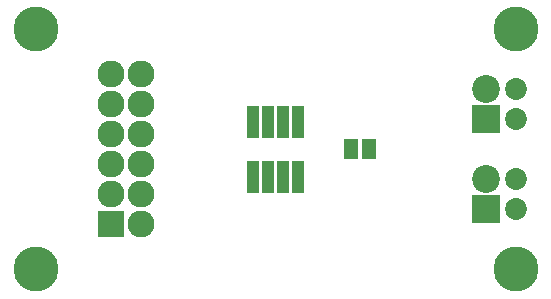
<source format=gts>
G04 (created by PCBNEW-RS274X (2011-07-19)-testing) date Tue 25 Oct 2011 10:28:57 AM PDT*
G01*
G70*
G90*
%MOIN*%
G04 Gerber Fmt 3.4, Leading zero omitted, Abs format*
%FSLAX34Y34*%
G04 APERTURE LIST*
%ADD10C,0.006000*%
%ADD11C,0.150000*%
%ADD12R,0.039700X0.108600*%
%ADD13R,0.090000X0.090000*%
%ADD14C,0.090000*%
%ADD15R,0.045000X0.065000*%
%ADD16C,0.093000*%
%ADD17R,0.093000X0.093000*%
%ADD18C,0.073000*%
G04 APERTURE END LIST*
G54D10*
G54D11*
X67000Y-21000D03*
X51000Y-21000D03*
X67000Y-29000D03*
X51000Y-29000D03*
G54D12*
X58250Y-24085D03*
X58750Y-24085D03*
X59250Y-24085D03*
X59750Y-24085D03*
X58250Y-25916D03*
X58750Y-25916D03*
X59250Y-25916D03*
X59750Y-25916D03*
G54D13*
X53500Y-27500D03*
G54D14*
X54500Y-27500D03*
X53500Y-26500D03*
X54500Y-26500D03*
X53500Y-25500D03*
X54500Y-25500D03*
X53500Y-24500D03*
X54500Y-24500D03*
X53500Y-23500D03*
X54500Y-23500D03*
X53500Y-22500D03*
X54500Y-22500D03*
G54D15*
X61497Y-25000D03*
X62097Y-25000D03*
G54D16*
X66000Y-23000D03*
G54D17*
X66000Y-24000D03*
G54D18*
X67000Y-24000D03*
X67000Y-23000D03*
G54D16*
X66000Y-26000D03*
G54D17*
X66000Y-27000D03*
G54D18*
X67000Y-27000D03*
X67000Y-26000D03*
M02*

</source>
